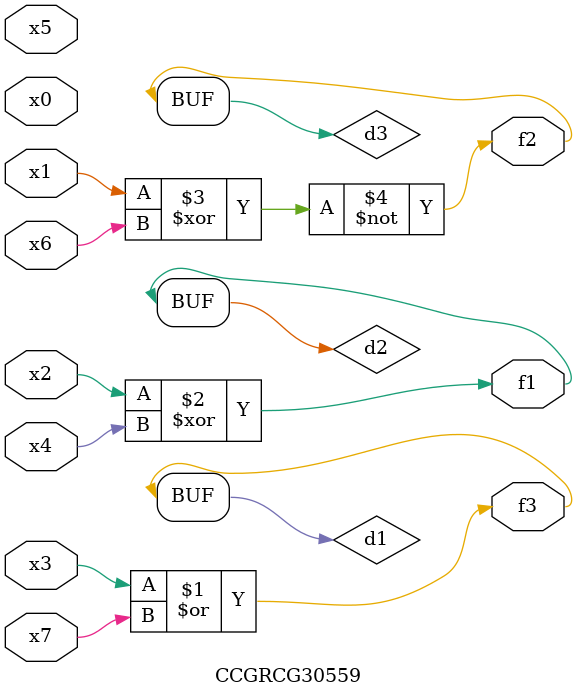
<source format=v>
module CCGRCG30559(
	input x0, x1, x2, x3, x4, x5, x6, x7,
	output f1, f2, f3
);

	wire d1, d2, d3;

	or (d1, x3, x7);
	xor (d2, x2, x4);
	xnor (d3, x1, x6);
	assign f1 = d2;
	assign f2 = d3;
	assign f3 = d1;
endmodule

</source>
